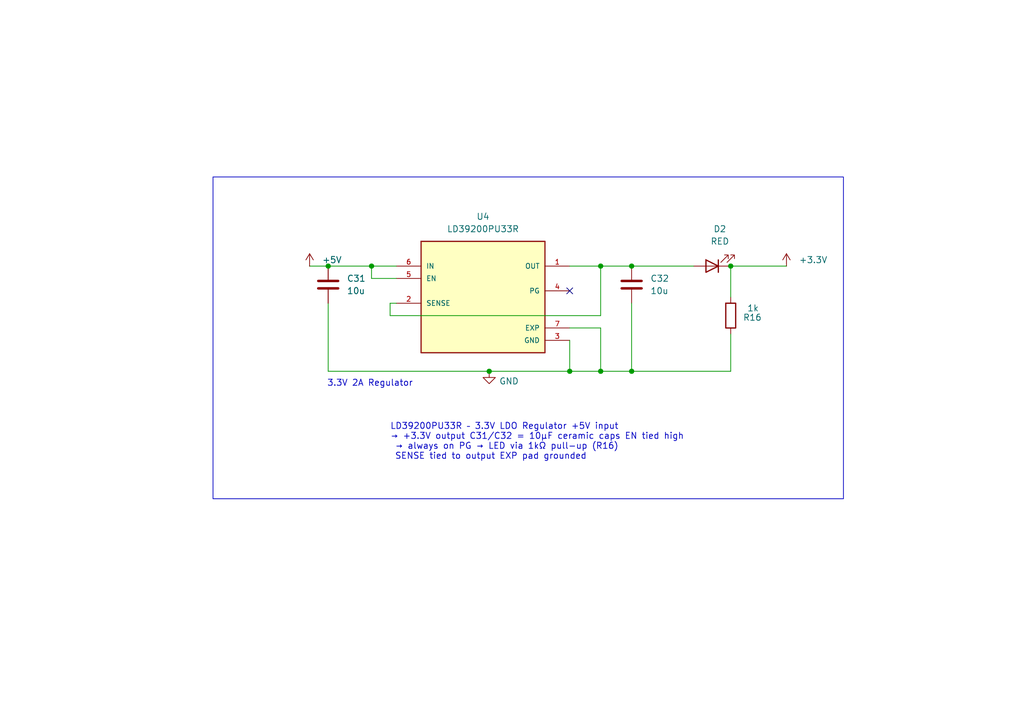
<source format=kicad_sch>
(kicad_sch
	(version 20250114)
	(generator "eeschema")
	(generator_version "9.0")
	(uuid "143066a2-9892-4fda-99d3-12b6d538d8fc")
	(paper "A5")
	(title_block
		(title "MAVERICK 1.0 PWR")
		(date "2025-09-05")
		(company "Itamar Dekel")
	)
	(lib_symbols
		(symbol "Device:C"
			(pin_numbers
				(hide yes)
			)
			(pin_names
				(offset 0.254)
			)
			(exclude_from_sim no)
			(in_bom yes)
			(on_board yes)
			(property "Reference" "C"
				(at 0.635 2.54 0)
				(effects
					(font
						(size 1.27 1.27)
					)
					(justify left)
				)
			)
			(property "Value" "C"
				(at 0.635 -2.54 0)
				(effects
					(font
						(size 1.27 1.27)
					)
					(justify left)
				)
			)
			(property "Footprint" ""
				(at 0.9652 -3.81 0)
				(effects
					(font
						(size 1.27 1.27)
					)
					(hide yes)
				)
			)
			(property "Datasheet" "~"
				(at 0 0 0)
				(effects
					(font
						(size 1.27 1.27)
					)
					(hide yes)
				)
			)
			(property "Description" "Unpolarized capacitor"
				(at 0 0 0)
				(effects
					(font
						(size 1.27 1.27)
					)
					(hide yes)
				)
			)
			(property "ki_keywords" "cap capacitor"
				(at 0 0 0)
				(effects
					(font
						(size 1.27 1.27)
					)
					(hide yes)
				)
			)
			(property "ki_fp_filters" "C_*"
				(at 0 0 0)
				(effects
					(font
						(size 1.27 1.27)
					)
					(hide yes)
				)
			)
			(symbol "C_0_1"
				(polyline
					(pts
						(xy -2.032 0.762) (xy 2.032 0.762)
					)
					(stroke
						(width 0.508)
						(type default)
					)
					(fill
						(type none)
					)
				)
				(polyline
					(pts
						(xy -2.032 -0.762) (xy 2.032 -0.762)
					)
					(stroke
						(width 0.508)
						(type default)
					)
					(fill
						(type none)
					)
				)
			)
			(symbol "C_1_1"
				(pin passive line
					(at 0 3.81 270)
					(length 2.794)
					(name "~"
						(effects
							(font
								(size 1.27 1.27)
							)
						)
					)
					(number "1"
						(effects
							(font
								(size 1.27 1.27)
							)
						)
					)
				)
				(pin passive line
					(at 0 -3.81 90)
					(length 2.794)
					(name "~"
						(effects
							(font
								(size 1.27 1.27)
							)
						)
					)
					(number "2"
						(effects
							(font
								(size 1.27 1.27)
							)
						)
					)
				)
			)
			(embedded_fonts no)
		)
		(symbol "Device:LED"
			(pin_numbers
				(hide yes)
			)
			(pin_names
				(offset 1.016)
				(hide yes)
			)
			(exclude_from_sim no)
			(in_bom yes)
			(on_board yes)
			(property "Reference" "D"
				(at 0 2.54 0)
				(effects
					(font
						(size 1.27 1.27)
					)
				)
			)
			(property "Value" "LED"
				(at 0 -2.54 0)
				(effects
					(font
						(size 1.27 1.27)
					)
				)
			)
			(property "Footprint" ""
				(at 0 0 0)
				(effects
					(font
						(size 1.27 1.27)
					)
					(hide yes)
				)
			)
			(property "Datasheet" "~"
				(at 0 0 0)
				(effects
					(font
						(size 1.27 1.27)
					)
					(hide yes)
				)
			)
			(property "Description" "Light emitting diode"
				(at 0 0 0)
				(effects
					(font
						(size 1.27 1.27)
					)
					(hide yes)
				)
			)
			(property "Sim.Pins" "1=K 2=A"
				(at 0 0 0)
				(effects
					(font
						(size 1.27 1.27)
					)
					(hide yes)
				)
			)
			(property "ki_keywords" "LED diode"
				(at 0 0 0)
				(effects
					(font
						(size 1.27 1.27)
					)
					(hide yes)
				)
			)
			(property "ki_fp_filters" "LED* LED_SMD:* LED_THT:*"
				(at 0 0 0)
				(effects
					(font
						(size 1.27 1.27)
					)
					(hide yes)
				)
			)
			(symbol "LED_0_1"
				(polyline
					(pts
						(xy -3.048 -0.762) (xy -4.572 -2.286) (xy -3.81 -2.286) (xy -4.572 -2.286) (xy -4.572 -1.524)
					)
					(stroke
						(width 0)
						(type default)
					)
					(fill
						(type none)
					)
				)
				(polyline
					(pts
						(xy -1.778 -0.762) (xy -3.302 -2.286) (xy -2.54 -2.286) (xy -3.302 -2.286) (xy -3.302 -1.524)
					)
					(stroke
						(width 0)
						(type default)
					)
					(fill
						(type none)
					)
				)
				(polyline
					(pts
						(xy -1.27 0) (xy 1.27 0)
					)
					(stroke
						(width 0)
						(type default)
					)
					(fill
						(type none)
					)
				)
				(polyline
					(pts
						(xy -1.27 -1.27) (xy -1.27 1.27)
					)
					(stroke
						(width 0.254)
						(type default)
					)
					(fill
						(type none)
					)
				)
				(polyline
					(pts
						(xy 1.27 -1.27) (xy 1.27 1.27) (xy -1.27 0) (xy 1.27 -1.27)
					)
					(stroke
						(width 0.254)
						(type default)
					)
					(fill
						(type none)
					)
				)
			)
			(symbol "LED_1_1"
				(pin passive line
					(at -3.81 0 0)
					(length 2.54)
					(name "K"
						(effects
							(font
								(size 1.27 1.27)
							)
						)
					)
					(number "1"
						(effects
							(font
								(size 1.27 1.27)
							)
						)
					)
				)
				(pin passive line
					(at 3.81 0 180)
					(length 2.54)
					(name "A"
						(effects
							(font
								(size 1.27 1.27)
							)
						)
					)
					(number "2"
						(effects
							(font
								(size 1.27 1.27)
							)
						)
					)
				)
			)
			(embedded_fonts no)
		)
		(symbol "Device:R"
			(pin_numbers
				(hide yes)
			)
			(pin_names
				(offset 0)
			)
			(exclude_from_sim no)
			(in_bom yes)
			(on_board yes)
			(property "Reference" "R"
				(at 2.032 0 90)
				(effects
					(font
						(size 1.27 1.27)
					)
				)
			)
			(property "Value" "R"
				(at 0 0 90)
				(effects
					(font
						(size 1.27 1.27)
					)
				)
			)
			(property "Footprint" ""
				(at -1.778 0 90)
				(effects
					(font
						(size 1.27 1.27)
					)
					(hide yes)
				)
			)
			(property "Datasheet" "~"
				(at 0 0 0)
				(effects
					(font
						(size 1.27 1.27)
					)
					(hide yes)
				)
			)
			(property "Description" "Resistor"
				(at 0 0 0)
				(effects
					(font
						(size 1.27 1.27)
					)
					(hide yes)
				)
			)
			(property "ki_keywords" "R res resistor"
				(at 0 0 0)
				(effects
					(font
						(size 1.27 1.27)
					)
					(hide yes)
				)
			)
			(property "ki_fp_filters" "R_*"
				(at 0 0 0)
				(effects
					(font
						(size 1.27 1.27)
					)
					(hide yes)
				)
			)
			(symbol "R_0_1"
				(rectangle
					(start -1.016 -2.54)
					(end 1.016 2.54)
					(stroke
						(width 0.254)
						(type default)
					)
					(fill
						(type none)
					)
				)
			)
			(symbol "R_1_1"
				(pin passive line
					(at 0 3.81 270)
					(length 1.27)
					(name "~"
						(effects
							(font
								(size 1.27 1.27)
							)
						)
					)
					(number "1"
						(effects
							(font
								(size 1.27 1.27)
							)
						)
					)
				)
				(pin passive line
					(at 0 -3.81 90)
					(length 1.27)
					(name "~"
						(effects
							(font
								(size 1.27 1.27)
							)
						)
					)
					(number "2"
						(effects
							(font
								(size 1.27 1.27)
							)
						)
					)
				)
			)
			(embedded_fonts no)
		)
		(symbol "LD39200PU33R_1"
			(pin_names
				(offset 1.016)
			)
			(exclude_from_sim no)
			(in_bom yes)
			(on_board yes)
			(property "Reference" "U"
				(at -12.7 13.462 0)
				(effects
					(font
						(size 1.27 1.27)
					)
					(justify left bottom)
				)
			)
			(property "Value" "LD39200PU33R"
				(at -12.7 -12.7 0)
				(effects
					(font
						(size 1.27 1.27)
					)
					(justify left bottom)
				)
			)
			(property "Footprint" "LD39200PU33R:SON95P300X300X100-7N"
				(at 0 0 0)
				(effects
					(font
						(size 1.27 1.27)
					)
					(justify bottom)
					(hide yes)
				)
			)
			(property "Datasheet" ""
				(at 0 0 0)
				(effects
					(font
						(size 1.27 1.27)
					)
					(hide yes)
				)
			)
			(property "Description" ""
				(at 0 0 0)
				(effects
					(font
						(size 1.27 1.27)
					)
					(hide yes)
				)
			)
			(property "L1_NOM" ""
				(at 0 0 0)
				(effects
					(font
						(size 1.27 1.27)
					)
					(justify bottom)
					(hide yes)
				)
			)
			(property "SNAPEDA_PACKAGE_ID" ""
				(at 0 0 0)
				(effects
					(font
						(size 1.27 1.27)
					)
					(justify bottom)
					(hide yes)
				)
			)
			(property "B_NOM" "0.34"
				(at 0 0 0)
				(effects
					(font
						(size 1.27 1.27)
					)
					(justify bottom)
					(hide yes)
				)
			)
			(property "EMAX" ""
				(at 0 0 0)
				(effects
					(font
						(size 1.27 1.27)
					)
					(justify bottom)
					(hide yes)
				)
			)
			(property "VACANCIES" ""
				(at 0 0 0)
				(effects
					(font
						(size 1.27 1.27)
					)
					(justify bottom)
					(hide yes)
				)
			)
			(property "BALL_COLUMNS" ""
				(at 0 0 0)
				(effects
					(font
						(size 1.27 1.27)
					)
					(justify bottom)
					(hide yes)
				)
			)
			(property "D1_NOM" ""
				(at 0 0 0)
				(effects
					(font
						(size 1.27 1.27)
					)
					(justify bottom)
					(hide yes)
				)
			)
			(property "A_MAX" "1.0"
				(at 0 0 0)
				(effects
					(font
						(size 1.27 1.27)
					)
					(justify bottom)
					(hide yes)
				)
			)
			(property "THERMAL_PAD" ""
				(at 0 0 0)
				(effects
					(font
						(size 1.27 1.27)
					)
					(justify bottom)
					(hide yes)
				)
			)
			(property "DMAX" ""
				(at 0 0 0)
				(effects
					(font
						(size 1.27 1.27)
					)
					(justify bottom)
					(hide yes)
				)
			)
			(property "L1_MIN" ""
				(at 0 0 0)
				(effects
					(font
						(size 1.27 1.27)
					)
					(justify bottom)
					(hide yes)
				)
			)
			(property "B_MAX" "0.45"
				(at 0 0 0)
				(effects
					(font
						(size 1.27 1.27)
					)
					(justify bottom)
					(hide yes)
				)
			)
			(property "EMIN" ""
				(at 0 0 0)
				(effects
					(font
						(size 1.27 1.27)
					)
					(justify bottom)
					(hide yes)
				)
			)
			(property "JEDEC" ""
				(at 0 0 0)
				(effects
					(font
						(size 1.27 1.27)
					)
					(justify bottom)
					(hide yes)
				)
			)
			(property "ENOM" "0.95"
				(at 0 0 0)
				(effects
					(font
						(size 1.27 1.27)
					)
					(justify bottom)
					(hide yes)
				)
			)
			(property "D_NOM" "3.0"
				(at 0 0 0)
				(effects
					(font
						(size 1.27 1.27)
					)
					(justify bottom)
					(hide yes)
				)
			)
			(property "D_MAX" "3.1"
				(at 0 0 0)
				(effects
					(font
						(size 1.27 1.27)
					)
					(justify bottom)
					(hide yes)
				)
			)
			(property "L_MAX" "0.5"
				(at 0 0 0)
				(effects
					(font
						(size 1.27 1.27)
					)
					(justify bottom)
					(hide yes)
				)
			)
			(property "PACKAGE_TYPE" ""
				(at 0 0 0)
				(effects
					(font
						(size 1.27 1.27)
					)
					(justify bottom)
					(hide yes)
				)
			)
			(property "D1_MAX" ""
				(at 0 0 0)
				(effects
					(font
						(size 1.27 1.27)
					)
					(justify bottom)
					(hide yes)
				)
			)
			(property "L1_MAX" ""
				(at 0 0 0)
				(effects
					(font
						(size 1.27 1.27)
					)
					(justify bottom)
					(hide yes)
				)
			)
			(property "D1_MIN" ""
				(at 0 0 0)
				(effects
					(font
						(size 1.27 1.27)
					)
					(justify bottom)
					(hide yes)
				)
			)
			(property "E2_NOM" "1.625"
				(at 0 0 0)
				(effects
					(font
						(size 1.27 1.27)
					)
					(justify bottom)
					(hide yes)
				)
			)
			(property "STANDARD" "IPC 7351B"
				(at 0 0 0)
				(effects
					(font
						(size 1.27 1.27)
					)
					(justify bottom)
					(hide yes)
				)
			)
			(property "PARTREV" "3"
				(at 0 0 0)
				(effects
					(font
						(size 1.27 1.27)
					)
					(justify bottom)
					(hide yes)
				)
			)
			(property "DNOM" ""
				(at 0 0 0)
				(effects
					(font
						(size 1.27 1.27)
					)
					(justify bottom)
					(hide yes)
				)
			)
			(property "DMIN" ""
				(at 0 0 0)
				(effects
					(font
						(size 1.27 1.27)
					)
					(justify bottom)
					(hide yes)
				)
			)
			(property "E_NOM" "3.0"
				(at 0 0 0)
				(effects
					(font
						(size 1.27 1.27)
					)
					(justify bottom)
					(hide yes)
				)
			)
			(property "BALL_ROWS" ""
				(at 0 0 0)
				(effects
					(font
						(size 1.27 1.27)
					)
					(justify bottom)
					(hide yes)
				)
			)
			(property "B_MIN" "0.23"
				(at 0 0 0)
				(effects
					(font
						(size 1.27 1.27)
					)
					(justify bottom)
					(hide yes)
				)
			)
			(property "D2_NOM" "2.365"
				(at 0 0 0)
				(effects
					(font
						(size 1.27 1.27)
					)
					(justify bottom)
					(hide yes)
				)
			)
			(property "PIN_COUNT" "6.0"
				(at 0 0 0)
				(effects
					(font
						(size 1.27 1.27)
					)
					(justify bottom)
					(hide yes)
				)
			)
			(property "L_NOM" "0.4"
				(at 0 0 0)
				(effects
					(font
						(size 1.27 1.27)
					)
					(justify bottom)
					(hide yes)
				)
			)
			(property "MANUFACTURER" "ST Microelectronics"
				(at 0 0 0)
				(effects
					(font
						(size 1.27 1.27)
					)
					(justify bottom)
					(hide yes)
				)
			)
			(property "IPC" ""
				(at 0 0 0)
				(effects
					(font
						(size 1.27 1.27)
					)
					(justify bottom)
					(hide yes)
				)
			)
			(property "PIN_COLUMNS" ""
				(at 0 0 0)
				(effects
					(font
						(size 1.27 1.27)
					)
					(justify bottom)
					(hide yes)
				)
			)
			(property "MAXIMUM_PACKAGE_HEIGHT" "1.0mm"
				(at 0 0 0)
				(effects
					(font
						(size 1.27 1.27)
					)
					(justify bottom)
					(hide yes)
				)
			)
			(property "BODY_DIAMETER" ""
				(at 0 0 0)
				(effects
					(font
						(size 1.27 1.27)
					)
					(justify bottom)
					(hide yes)
				)
			)
			(property "E_MIN" "2.9"
				(at 0 0 0)
				(effects
					(font
						(size 1.27 1.27)
					)
					(justify bottom)
					(hide yes)
				)
			)
			(property "D_MIN" "2.9"
				(at 0 0 0)
				(effects
					(font
						(size 1.27 1.27)
					)
					(justify bottom)
					(hide yes)
				)
			)
			(property "PINS" ""
				(at 0 0 0)
				(effects
					(font
						(size 1.27 1.27)
					)
					(justify bottom)
					(hide yes)
				)
			)
			(property "L_MIN" "0.3"
				(at 0 0 0)
				(effects
					(font
						(size 1.27 1.27)
					)
					(justify bottom)
					(hide yes)
				)
			)
			(property "E_MAX" "3.1"
				(at 0 0 0)
				(effects
					(font
						(size 1.27 1.27)
					)
					(justify bottom)
					(hide yes)
				)
			)
			(symbol "LD39200PU33R_1_0_0"
				(rectangle
					(start -12.7 -10.16)
					(end 12.7 12.7)
					(stroke
						(width 0.254)
						(type default)
					)
					(fill
						(type background)
					)
				)
				(pin input line
					(at -17.78 7.62 0)
					(length 5.08)
					(name "IN"
						(effects
							(font
								(size 1.016 1.016)
							)
						)
					)
					(number "6"
						(effects
							(font
								(size 1.016 1.016)
							)
						)
					)
				)
				(pin input line
					(at -17.78 5.08 0)
					(length 5.08)
					(name "EN"
						(effects
							(font
								(size 1.016 1.016)
							)
						)
					)
					(number "5"
						(effects
							(font
								(size 1.016 1.016)
							)
						)
					)
				)
				(pin input line
					(at -17.78 0 0)
					(length 5.08)
					(name "SENSE"
						(effects
							(font
								(size 1.016 1.016)
							)
						)
					)
					(number "2"
						(effects
							(font
								(size 1.016 1.016)
							)
						)
					)
				)
				(pin output line
					(at 17.78 7.62 180)
					(length 5.08)
					(name "OUT"
						(effects
							(font
								(size 1.016 1.016)
							)
						)
					)
					(number "1"
						(effects
							(font
								(size 1.016 1.016)
							)
						)
					)
				)
				(pin output line
					(at 17.78 2.54 180)
					(length 5.08)
					(name "PG"
						(effects
							(font
								(size 1.016 1.016)
							)
						)
					)
					(number "4"
						(effects
							(font
								(size 1.016 1.016)
							)
						)
					)
				)
				(pin power_in line
					(at 17.78 -5.08 180)
					(length 5.08)
					(name "EXP"
						(effects
							(font
								(size 1.016 1.016)
							)
						)
					)
					(number "7"
						(effects
							(font
								(size 1.016 1.016)
							)
						)
					)
				)
				(pin power_in line
					(at 17.78 -7.62 180)
					(length 5.08)
					(name "GND"
						(effects
							(font
								(size 1.016 1.016)
							)
						)
					)
					(number "3"
						(effects
							(font
								(size 1.016 1.016)
							)
						)
					)
				)
			)
			(embedded_fonts no)
		)
		(symbol "power:+3.3V"
			(power)
			(pin_numbers
				(hide yes)
			)
			(pin_names
				(offset 0)
				(hide yes)
			)
			(exclude_from_sim no)
			(in_bom yes)
			(on_board yes)
			(property "Reference" "#PWR"
				(at 0 -3.81 0)
				(effects
					(font
						(size 1.27 1.27)
					)
					(hide yes)
				)
			)
			(property "Value" "+3.3V"
				(at 0 3.556 0)
				(effects
					(font
						(size 1.27 1.27)
					)
				)
			)
			(property "Footprint" ""
				(at 0 0 0)
				(effects
					(font
						(size 1.27 1.27)
					)
					(hide yes)
				)
			)
			(property "Datasheet" ""
				(at 0 0 0)
				(effects
					(font
						(size 1.27 1.27)
					)
					(hide yes)
				)
			)
			(property "Description" "Power symbol creates a global label with name \"+3.3V\""
				(at 0 0 0)
				(effects
					(font
						(size 1.27 1.27)
					)
					(hide yes)
				)
			)
			(property "ki_keywords" "global power"
				(at 0 0 0)
				(effects
					(font
						(size 1.27 1.27)
					)
					(hide yes)
				)
			)
			(symbol "+3.3V_0_1"
				(polyline
					(pts
						(xy -0.762 1.27) (xy 0 2.54)
					)
					(stroke
						(width 0)
						(type default)
					)
					(fill
						(type none)
					)
				)
				(polyline
					(pts
						(xy 0 2.54) (xy 0.762 1.27)
					)
					(stroke
						(width 0)
						(type default)
					)
					(fill
						(type none)
					)
				)
				(polyline
					(pts
						(xy 0 0) (xy 0 2.54)
					)
					(stroke
						(width 0)
						(type default)
					)
					(fill
						(type none)
					)
				)
			)
			(symbol "+3.3V_1_1"
				(pin power_in line
					(at 0 0 90)
					(length 0)
					(name "~"
						(effects
							(font
								(size 1.27 1.27)
							)
						)
					)
					(number "1"
						(effects
							(font
								(size 1.27 1.27)
							)
						)
					)
				)
			)
			(embedded_fonts no)
		)
		(symbol "power:+5V"
			(power)
			(pin_numbers
				(hide yes)
			)
			(pin_names
				(offset 0)
				(hide yes)
			)
			(exclude_from_sim no)
			(in_bom yes)
			(on_board yes)
			(property "Reference" "#PWR"
				(at 0 -3.81 0)
				(effects
					(font
						(size 1.27 1.27)
					)
					(hide yes)
				)
			)
			(property "Value" "+5V"
				(at 0 3.556 0)
				(effects
					(font
						(size 1.27 1.27)
					)
				)
			)
			(property "Footprint" ""
				(at 0 0 0)
				(effects
					(font
						(size 1.27 1.27)
					)
					(hide yes)
				)
			)
			(property "Datasheet" ""
				(at 0 0 0)
				(effects
					(font
						(size 1.27 1.27)
					)
					(hide yes)
				)
			)
			(property "Description" "Power symbol creates a global label with name \"+5V\""
				(at 0 0 0)
				(effects
					(font
						(size 1.27 1.27)
					)
					(hide yes)
				)
			)
			(property "ki_keywords" "global power"
				(at 0 0 0)
				(effects
					(font
						(size 1.27 1.27)
					)
					(hide yes)
				)
			)
			(symbol "+5V_0_1"
				(polyline
					(pts
						(xy -0.762 1.27) (xy 0 2.54)
					)
					(stroke
						(width 0)
						(type default)
					)
					(fill
						(type none)
					)
				)
				(polyline
					(pts
						(xy 0 2.54) (xy 0.762 1.27)
					)
					(stroke
						(width 0)
						(type default)
					)
					(fill
						(type none)
					)
				)
				(polyline
					(pts
						(xy 0 0) (xy 0 2.54)
					)
					(stroke
						(width 0)
						(type default)
					)
					(fill
						(type none)
					)
				)
			)
			(symbol "+5V_1_1"
				(pin power_in line
					(at 0 0 90)
					(length 0)
					(name "~"
						(effects
							(font
								(size 1.27 1.27)
							)
						)
					)
					(number "1"
						(effects
							(font
								(size 1.27 1.27)
							)
						)
					)
				)
			)
			(embedded_fonts no)
		)
		(symbol "power:GND"
			(power)
			(pin_numbers
				(hide yes)
			)
			(pin_names
				(offset 0)
				(hide yes)
			)
			(exclude_from_sim no)
			(in_bom yes)
			(on_board yes)
			(property "Reference" "#PWR"
				(at 0 -6.35 0)
				(effects
					(font
						(size 1.27 1.27)
					)
					(hide yes)
				)
			)
			(property "Value" "GND"
				(at 0 -3.81 0)
				(effects
					(font
						(size 1.27 1.27)
					)
				)
			)
			(property "Footprint" ""
				(at 0 0 0)
				(effects
					(font
						(size 1.27 1.27)
					)
					(hide yes)
				)
			)
			(property "Datasheet" ""
				(at 0 0 0)
				(effects
					(font
						(size 1.27 1.27)
					)
					(hide yes)
				)
			)
			(property "Description" "Power symbol creates a global label with name \"GND\" , ground"
				(at 0 0 0)
				(effects
					(font
						(size 1.27 1.27)
					)
					(hide yes)
				)
			)
			(property "ki_keywords" "global power"
				(at 0 0 0)
				(effects
					(font
						(size 1.27 1.27)
					)
					(hide yes)
				)
			)
			(symbol "GND_0_1"
				(polyline
					(pts
						(xy 0 0) (xy 0 -1.27) (xy 1.27 -1.27) (xy 0 -2.54) (xy -1.27 -1.27) (xy 0 -1.27)
					)
					(stroke
						(width 0)
						(type default)
					)
					(fill
						(type none)
					)
				)
			)
			(symbol "GND_1_1"
				(pin power_in line
					(at 0 0 270)
					(length 0)
					(name "~"
						(effects
							(font
								(size 1.27 1.27)
							)
						)
					)
					(number "1"
						(effects
							(font
								(size 1.27 1.27)
							)
						)
					)
				)
			)
			(embedded_fonts no)
		)
	)
	(rectangle
		(start 43.688 36.322)
		(end 172.974 102.362)
		(stroke
			(width 0)
			(type default)
		)
		(fill
			(type none)
		)
		(uuid 7b2830fc-9bf9-4d4a-9b3c-36255c631a8f)
	)
	(text "3.3V 2A Regulator \n"
		(exclude_from_sim no)
		(at 67.056 79.502 0)
		(effects
			(font
				(size 1.27 1.27)
			)
			(justify left bottom)
		)
		(uuid "1ea90bc3-e900-4f85-b5da-50a066a3d043")
	)
	(text "LD39200PU33R – 3.3V LDO Regulator +5V input \n→ +3.3V output C31/C32 = 10µF ceramic caps EN tied high\n → always on PG → LED via 1kΩ pull-up (R16)\n SENSE tied to output EXP pad grounded"
		(exclude_from_sim no)
		(at 80.01 90.678 0)
		(effects
			(font
				(size 1.27 1.27)
			)
			(justify left)
		)
		(uuid "77205219-46af-45c2-ba6c-e61b321babb3")
	)
	(junction
		(at 100.33 76.2)
		(diameter 0)
		(color 0 0 0 0)
		(uuid "1a893d0e-d5d3-4ffa-beef-7ccfa5d02f95")
	)
	(junction
		(at 149.86 54.61)
		(diameter 0)
		(color 0 0 0 0)
		(uuid "2f8be826-d108-488d-9886-5a537d736e57")
	)
	(junction
		(at 123.19 76.2)
		(diameter 0)
		(color 0 0 0 0)
		(uuid "69e20886-4341-423f-9f5b-9cd33f77e960")
	)
	(junction
		(at 123.19 54.61)
		(diameter 0)
		(color 0 0 0 0)
		(uuid "8e5849c5-9694-427c-8bb5-dcf2dcc2b2c0")
	)
	(junction
		(at 129.54 54.61)
		(diameter 0)
		(color 0 0 0 0)
		(uuid "921c9dfb-a82e-4f6e-a8bc-f0f51d424615")
	)
	(junction
		(at 67.31 54.61)
		(diameter 0)
		(color 0 0 0 0)
		(uuid "9dce75ce-2394-46eb-91a3-3fdc91bf6c23")
	)
	(junction
		(at 116.84 76.2)
		(diameter 0)
		(color 0 0 0 0)
		(uuid "a021855a-5796-4a84-81e3-f953a221ce95")
	)
	(junction
		(at 129.54 76.2)
		(diameter 0)
		(color 0 0 0 0)
		(uuid "eca532dc-4be9-4f8e-86ab-5d878596791e")
	)
	(junction
		(at 76.2 54.61)
		(diameter 0)
		(color 0 0 0 0)
		(uuid "fa03169e-0081-4c3d-bdba-fed91c9e47ad")
	)
	(no_connect
		(at 116.84 59.69)
		(uuid "060a207e-6f24-45a9-a079-0d2f8b6b9478")
	)
	(wire
		(pts
			(xy 129.54 62.23) (xy 129.54 76.2)
		)
		(stroke
			(width 0)
			(type default)
		)
		(uuid "09b7d7e0-2047-43c8-ab17-f9b295ff4bc2")
	)
	(wire
		(pts
			(xy 80.01 62.23) (xy 81.28 62.23)
		)
		(stroke
			(width 0)
			(type default)
		)
		(uuid "0a35aa58-4a46-4cf9-888d-db7d009be672")
	)
	(wire
		(pts
			(xy 76.2 57.15) (xy 76.2 54.61)
		)
		(stroke
			(width 0)
			(type default)
		)
		(uuid "1ec62820-3d0d-4d69-8168-944d3a5077c3")
	)
	(wire
		(pts
			(xy 123.19 64.77) (xy 123.19 54.61)
		)
		(stroke
			(width 0)
			(type default)
		)
		(uuid "2fddb5c0-6fd3-4912-ad51-5c75730b8b3d")
	)
	(wire
		(pts
			(xy 149.86 54.61) (xy 161.29 54.61)
		)
		(stroke
			(width 0)
			(type default)
		)
		(uuid "3307f840-b977-4bd5-a0b5-c5585d77838b")
	)
	(wire
		(pts
			(xy 80.01 64.77) (xy 123.19 64.77)
		)
		(stroke
			(width 0)
			(type default)
		)
		(uuid "53023926-14f0-4136-b565-20825d9665f8")
	)
	(wire
		(pts
			(xy 67.31 54.61) (xy 76.2 54.61)
		)
		(stroke
			(width 0)
			(type default)
		)
		(uuid "57ab5609-9c9c-4b66-a1fb-f79283fb08ac")
	)
	(wire
		(pts
			(xy 116.84 67.31) (xy 123.19 67.31)
		)
		(stroke
			(width 0)
			(type default)
		)
		(uuid "5d8a77da-9068-40fa-98d8-1663d9726628")
	)
	(wire
		(pts
			(xy 129.54 54.61) (xy 142.24 54.61)
		)
		(stroke
			(width 0)
			(type default)
		)
		(uuid "6440f273-d79d-4b79-915a-d2c56cf766fc")
	)
	(wire
		(pts
			(xy 80.01 64.77) (xy 80.01 62.23)
		)
		(stroke
			(width 0)
			(type default)
		)
		(uuid "65b3e324-9789-4b86-bd7d-6759c2bdbd56")
	)
	(wire
		(pts
			(xy 67.31 62.23) (xy 67.31 76.2)
		)
		(stroke
			(width 0)
			(type default)
		)
		(uuid "6cd88d23-cf6c-4ddc-934a-de5d60f6cc72")
	)
	(wire
		(pts
			(xy 149.86 68.58) (xy 149.86 76.2)
		)
		(stroke
			(width 0)
			(type default)
		)
		(uuid "6e437f1b-7b25-4ed6-9fe6-e9d9698af317")
	)
	(wire
		(pts
			(xy 81.28 57.15) (xy 76.2 57.15)
		)
		(stroke
			(width 0)
			(type default)
		)
		(uuid "7aa35d5d-71a8-403c-b4a2-386f87249c09")
	)
	(wire
		(pts
			(xy 116.84 54.61) (xy 123.19 54.61)
		)
		(stroke
			(width 0)
			(type default)
		)
		(uuid "8a290d70-2c68-4fa7-811d-10aab117a911")
	)
	(wire
		(pts
			(xy 123.19 76.2) (xy 129.54 76.2)
		)
		(stroke
			(width 0)
			(type default)
		)
		(uuid "8f3465b8-a9f0-428e-9922-b6322f8163fa")
	)
	(wire
		(pts
			(xy 63.5 54.61) (xy 67.31 54.61)
		)
		(stroke
			(width 0)
			(type default)
		)
		(uuid "930f3e4a-e604-4f8e-ae51-ca7315b54a98")
	)
	(wire
		(pts
			(xy 100.33 76.2) (xy 116.84 76.2)
		)
		(stroke
			(width 0)
			(type default)
		)
		(uuid "a6550048-2493-463e-9fc5-1e0dc0d21cc4")
	)
	(wire
		(pts
			(xy 149.86 54.61) (xy 149.86 60.96)
		)
		(stroke
			(width 0)
			(type default)
		)
		(uuid "b32066cb-ca26-4c40-a9db-a7cc481d511f")
	)
	(wire
		(pts
			(xy 116.84 69.85) (xy 116.84 76.2)
		)
		(stroke
			(width 0)
			(type default)
		)
		(uuid "ba9ca380-e198-4e58-af6c-7f3abda94272")
	)
	(wire
		(pts
			(xy 123.19 67.31) (xy 123.19 76.2)
		)
		(stroke
			(width 0)
			(type default)
		)
		(uuid "bcb13206-4add-4c44-8fbc-3d37ccfe91db")
	)
	(wire
		(pts
			(xy 129.54 76.2) (xy 149.86 76.2)
		)
		(stroke
			(width 0)
			(type default)
		)
		(uuid "bedd640b-1605-4e5c-bfd3-ada62e7c23e5")
	)
	(wire
		(pts
			(xy 123.19 54.61) (xy 129.54 54.61)
		)
		(stroke
			(width 0)
			(type default)
		)
		(uuid "c7b1889d-d962-4d3c-aeb0-70a433a94778")
	)
	(wire
		(pts
			(xy 76.2 54.61) (xy 81.28 54.61)
		)
		(stroke
			(width 0)
			(type default)
		)
		(uuid "cc13a9ba-eba0-471b-8259-f49ecde465bc")
	)
	(wire
		(pts
			(xy 116.84 76.2) (xy 123.19 76.2)
		)
		(stroke
			(width 0)
			(type default)
		)
		(uuid "e46ddeba-4280-48e0-851b-d697b3974949")
	)
	(wire
		(pts
			(xy 67.31 76.2) (xy 100.33 76.2)
		)
		(stroke
			(width 0)
			(type default)
		)
		(uuid "e551b3cd-9140-4186-ba84-ccb85d6e23e4")
	)
	(symbol
		(lib_id "Device:C")
		(at 67.31 58.42 0)
		(unit 1)
		(exclude_from_sim no)
		(in_bom yes)
		(on_board yes)
		(dnp no)
		(fields_autoplaced yes)
		(uuid "00d9768e-c16c-444e-89b6-aed5b804a8e7")
		(property "Reference" "C31"
			(at 71.12 57.1499 0)
			(effects
				(font
					(size 1.27 1.27)
				)
				(justify left)
			)
		)
		(property "Value" "10u"
			(at 71.12 59.6899 0)
			(effects
				(font
					(size 1.27 1.27)
				)
				(justify left)
			)
		)
		(property "Footprint" "Capacitor_SMD:C_0603_1608Metric"
			(at 68.2752 62.23 0)
			(effects
				(font
					(size 1.27 1.27)
				)
				(hide yes)
			)
		)
		(property "Datasheet" "~"
			(at 67.31 58.42 0)
			(effects
				(font
					(size 1.27 1.27)
				)
				(hide yes)
			)
		)
		(property "Description" "Unpolarized capacitor"
			(at 67.31 58.42 0)
			(effects
				(font
					(size 1.27 1.27)
				)
				(hide yes)
			)
		)
		(pin "1"
			(uuid "aeca5b96-d845-4e2b-99c8-02d10dd4531a")
		)
		(pin "2"
			(uuid "2b184246-0466-4bd1-99fe-184c3f726714")
		)
		(instances
			(project "CustomFC"
				(path "/ce61db7f-2c67-4785-93a7-1334536670f0/a1d855aa-9f85-4931-b813-b79a065d3f8f"
					(reference "C31")
					(unit 1)
				)
			)
		)
	)
	(symbol
		(lib_id "Device:C")
		(at 129.54 58.42 0)
		(unit 1)
		(exclude_from_sim no)
		(in_bom yes)
		(on_board yes)
		(dnp no)
		(fields_autoplaced yes)
		(uuid "4b1cbe70-a5cd-4833-b45d-8347f84d70ad")
		(property "Reference" "C32"
			(at 133.35 57.1499 0)
			(effects
				(font
					(size 1.27 1.27)
				)
				(justify left)
			)
		)
		(property "Value" "10u"
			(at 133.35 59.6899 0)
			(effects
				(font
					(size 1.27 1.27)
				)
				(justify left)
			)
		)
		(property "Footprint" "Capacitor_SMD:C_0603_1608Metric"
			(at 130.5052 62.23 0)
			(effects
				(font
					(size 1.27 1.27)
				)
				(hide yes)
			)
		)
		(property "Datasheet" "~"
			(at 129.54 58.42 0)
			(effects
				(font
					(size 1.27 1.27)
				)
				(hide yes)
			)
		)
		(property "Description" "Unpolarized capacitor"
			(at 129.54 58.42 0)
			(effects
				(font
					(size 1.27 1.27)
				)
				(hide yes)
			)
		)
		(pin "1"
			(uuid "ba90e703-a512-4a08-88cd-6b33d712e001")
		)
		(pin "2"
			(uuid "a26b48fb-eed6-4369-a8a3-0c9618f655d7")
		)
		(instances
			(project "CustomFC"
				(path "/ce61db7f-2c67-4785-93a7-1334536670f0/a1d855aa-9f85-4931-b813-b79a065d3f8f"
					(reference "C32")
					(unit 1)
				)
			)
		)
	)
	(symbol
		(lib_name "LD39200PU33R_1")
		(lib_id "LD39200PU33R:LD39200PU33R")
		(at 99.06 62.23 0)
		(unit 1)
		(exclude_from_sim no)
		(in_bom yes)
		(on_board yes)
		(dnp no)
		(fields_autoplaced yes)
		(uuid "66747dc2-1020-4f36-8991-c9c617c336be")
		(property "Reference" "U4"
			(at 99.06 44.45 0)
			(effects
				(font
					(size 1.27 1.27)
				)
			)
		)
		(property "Value" "LD39200PU33R"
			(at 99.06 46.99 0)
			(effects
				(font
					(size 1.27 1.27)
				)
			)
		)
		(property "Footprint" "LD39200PU33R:SON95P300X300X100-7N"
			(at 99.06 62.23 0)
			(effects
				(font
					(size 1.27 1.27)
				)
				(justify bottom)
				(hide yes)
			)
		)
		(property "Datasheet" ""
			(at 99.06 62.23 0)
			(effects
				(font
					(size 1.27 1.27)
				)
				(hide yes)
			)
		)
		(property "Description" ""
			(at 99.06 62.23 0)
			(effects
				(font
					(size 1.27 1.27)
				)
				(hide yes)
			)
		)
		(property "L1_NOM" ""
			(at 99.06 62.23 0)
			(effects
				(font
					(size 1.27 1.27)
				)
				(justify bottom)
				(hide yes)
			)
		)
		(property "SNAPEDA_PACKAGE_ID" ""
			(at 99.06 62.23 0)
			(effects
				(font
					(size 1.27 1.27)
				)
				(justify bottom)
				(hide yes)
			)
		)
		(property "B_NOM" "0.34"
			(at 99.06 62.23 0)
			(effects
				(font
					(size 1.27 1.27)
				)
				(justify bottom)
				(hide yes)
			)
		)
		(property "EMAX" ""
			(at 99.06 62.23 0)
			(effects
				(font
					(size 1.27 1.27)
				)
				(justify bottom)
				(hide yes)
			)
		)
		(property "VACANCIES" ""
			(at 99.06 62.23 0)
			(effects
				(font
					(size 1.27 1.27)
				)
				(justify bottom)
				(hide yes)
			)
		)
		(property "BALL_COLUMNS" ""
			(at 99.06 62.23 0)
			(effects
				(font
					(size 1.27 1.27)
				)
				(justify bottom)
				(hide yes)
			)
		)
		(property "D1_NOM" ""
			(at 99.06 62.23 0)
			(effects
				(font
					(size 1.27 1.27)
				)
				(justify bottom)
				(hide yes)
			)
		)
		(property "A_MAX" "1.0"
			(at 99.06 62.23 0)
			(effects
				(font
					(size 1.27 1.27)
				)
				(justify bottom)
				(hide yes)
			)
		)
		(property "THERMAL_PAD" ""
			(at 99.06 62.23 0)
			(effects
				(font
					(size 1.27 1.27)
				)
				(justify bottom)
				(hide yes)
			)
		)
		(property "DMAX" ""
			(at 99.06 62.23 0)
			(effects
				(font
					(size 1.27 1.27)
				)
				(justify bottom)
				(hide yes)
			)
		)
		(property "L1_MIN" ""
			(at 99.06 62.23 0)
			(effects
				(font
					(size 1.27 1.27)
				)
				(justify bottom)
				(hide yes)
			)
		)
		(property "B_MAX" "0.45"
			(at 99.06 62.23 0)
			(effects
				(font
					(size 1.27 1.27)
				)
				(justify bottom)
				(hide yes)
			)
		)
		(property "EMIN" ""
			(at 99.06 62.23 0)
			(effects
				(font
					(size 1.27 1.27)
				)
				(justify bottom)
				(hide yes)
			)
		)
		(property "JEDEC" ""
			(at 99.06 62.23 0)
			(effects
				(font
					(size 1.27 1.27)
				)
				(justify bottom)
				(hide yes)
			)
		)
		(property "ENOM" "0.95"
			(at 99.06 62.23 0)
			(effects
				(font
					(size 1.27 1.27)
				)
				(justify bottom)
				(hide yes)
			)
		)
		(property "D_NOM" "3.0"
			(at 99.06 62.23 0)
			(effects
				(font
					(size 1.27 1.27)
				)
				(justify bottom)
				(hide yes)
			)
		)
		(property "D_MAX" "3.1"
			(at 99.06 62.23 0)
			(effects
				(font
					(size 1.27 1.27)
				)
				(justify bottom)
				(hide yes)
			)
		)
		(property "L_MAX" "0.5"
			(at 99.06 62.23 0)
			(effects
				(font
					(size 1.27 1.27)
				)
				(justify bottom)
				(hide yes)
			)
		)
		(property "PACKAGE_TYPE" ""
			(at 99.06 62.23 0)
			(effects
				(font
					(size 1.27 1.27)
				)
				(justify bottom)
				(hide yes)
			)
		)
		(property "D1_MAX" ""
			(at 99.06 62.23 0)
			(effects
				(font
					(size 1.27 1.27)
				)
				(justify bottom)
				(hide yes)
			)
		)
		(property "L1_MAX" ""
			(at 99.06 62.23 0)
			(effects
				(font
					(size 1.27 1.27)
				)
				(justify bottom)
				(hide yes)
			)
		)
		(property "D1_MIN" ""
			(at 99.06 62.23 0)
			(effects
				(font
					(size 1.27 1.27)
				)
				(justify bottom)
				(hide yes)
			)
		)
		(property "E2_NOM" "1.625"
			(at 99.06 62.23 0)
			(effects
				(font
					(size 1.27 1.27)
				)
				(justify bottom)
				(hide yes)
			)
		)
		(property "STANDARD" "IPC 7351B"
			(at 99.06 62.23 0)
			(effects
				(font
					(size 1.27 1.27)
				)
				(justify bottom)
				(hide yes)
			)
		)
		(property "PARTREV" "3"
			(at 99.06 62.23 0)
			(effects
				(font
					(size 1.27 1.27)
				)
				(justify bottom)
				(hide yes)
			)
		)
		(property "DNOM" ""
			(at 99.06 62.23 0)
			(effects
				(font
					(size 1.27 1.27)
				)
				(justify bottom)
				(hide yes)
			)
		)
		(property "DMIN" ""
			(at 99.06 62.23 0)
			(effects
				(font
					(size 1.27 1.27)
				)
				(justify bottom)
				(hide yes)
			)
		)
		(property "E_NOM" "3.0"
			(at 99.06 62.23 0)
			(effects
				(font
					(size 1.27 1.27)
				)
				(justify bottom)
				(hide yes)
			)
		)
		(property "BALL_ROWS" ""
			(at 99.06 62.23 0)
			(effects
				(font
					(size 1.27 1.27)
				)
				(justify bottom)
				(hide yes)
			)
		)
		(property "B_MIN" "0.23"
			(at 99.06 62.23 0)
			(effects
				(font
					(size 1.27 1.27)
				)
				(justify bottom)
				(hide yes)
			)
		)
		(property "D2_NOM" "2.365"
			(at 99.06 62.23 0)
			(effects
				(font
					(size 1.27 1.27)
				)
				(justify bottom)
				(hide yes)
			)
		)
		(property "PIN_COUNT" "6.0"
			(at 99.06 62.23 0)
			(effects
				(font
					(size 1.27 1.27)
				)
				(justify bottom)
				(hide yes)
			)
		)
		(property "L_NOM" "0.4"
			(at 99.06 62.23 0)
			(effects
				(font
					(size 1.27 1.27)
				)
				(justify bottom)
				(hide yes)
			)
		)
		(property "MANUFACTURER" "ST Microelectronics"
			(at 99.06 62.23 0)
			(effects
				(font
					(size 1.27 1.27)
				)
				(justify bottom)
				(hide yes)
			)
		)
		(property "IPC" ""
			(at 99.06 62.23 0)
			(effects
				(font
					(size 1.27 1.27)
				)
				(justify bottom)
				(hide yes)
			)
		)
		(property "PIN_COLUMNS" ""
			(at 99.06 62.23 0)
			(effects
				(font
					(size 1.27 1.27)
				)
				(justify bottom)
				(hide yes)
			)
		)
		(property "MAXIMUM_PACKAGE_HEIGHT" "1.0mm"
			(at 99.06 62.23 0)
			(effects
				(font
					(size 1.27 1.27)
				)
				(justify bottom)
				(hide yes)
			)
		)
		(property "BODY_DIAMETER" ""
			(at 99.06 62.23 0)
			(effects
				(font
					(size 1.27 1.27)
				)
				(justify bottom)
				(hide yes)
			)
		)
		(property "E_MIN" "2.9"
			(at 99.06 62.23 0)
			(effects
				(font
					(size 1.27 1.27)
				)
				(justify bottom)
				(hide yes)
			)
		)
		(property "D_MIN" "2.9"
			(at 99.06 62.23 0)
			(effects
				(font
					(size 1.27 1.27)
				)
				(justify bottom)
				(hide yes)
			)
		)
		(property "PINS" ""
			(at 99.06 62.23 0)
			(effects
				(font
					(size 1.27 1.27)
				)
				(justify bottom)
				(hide yes)
			)
		)
		(property "L_MIN" "0.3"
			(at 99.06 62.23 0)
			(effects
				(font
					(size 1.27 1.27)
				)
				(justify bottom)
				(hide yes)
			)
		)
		(property "E_MAX" "3.1"
			(at 99.06 62.23 0)
			(effects
				(font
					(size 1.27 1.27)
				)
				(justify bottom)
				(hide yes)
			)
		)
		(pin "6"
			(uuid "37a4d6fc-0cec-4622-ada5-6f5e4bf20b1c")
		)
		(pin "1"
			(uuid "d9cd4172-7653-44df-820d-a1474d393d3a")
		)
		(pin "5"
			(uuid "0cf10158-ab81-44be-bee5-42b2e9acfa84")
		)
		(pin "2"
			(uuid "a68058d7-dfb8-4d98-bea0-60117a91bece")
		)
		(pin "3"
			(uuid "51520c48-a900-4318-be4f-bf4e9b383b46")
		)
		(pin "7"
			(uuid "eb21f52c-424f-48e6-99e8-81184a2d278d")
		)
		(pin "4"
			(uuid "ff143934-d466-4dfe-9858-58507a2794f9")
		)
		(instances
			(project ""
				(path "/ce61db7f-2c67-4785-93a7-1334536670f0/a1d855aa-9f85-4931-b813-b79a065d3f8f"
					(reference "U4")
					(unit 1)
				)
			)
		)
	)
	(symbol
		(lib_id "Device:LED")
		(at 146.05 54.61 180)
		(unit 1)
		(exclude_from_sim no)
		(in_bom yes)
		(on_board yes)
		(dnp no)
		(fields_autoplaced yes)
		(uuid "8847d5c8-b786-49c2-a940-2b1ab9ced8fa")
		(property "Reference" "D2"
			(at 147.6375 46.99 0)
			(effects
				(font
					(size 1.27 1.27)
				)
			)
		)
		(property "Value" "RED"
			(at 147.6375 49.53 0)
			(effects
				(font
					(size 1.27 1.27)
				)
			)
		)
		(property "Footprint" "LED_SMD:LED_0201_0603Metric"
			(at 146.05 54.61 0)
			(effects
				(font
					(size 1.27 1.27)
				)
				(hide yes)
			)
		)
		(property "Datasheet" "~"
			(at 146.05 54.61 0)
			(effects
				(font
					(size 1.27 1.27)
				)
				(hide yes)
			)
		)
		(property "Description" "Light emitting diode"
			(at 146.05 54.61 0)
			(effects
				(font
					(size 1.27 1.27)
				)
				(hide yes)
			)
		)
		(property "Sim.Pins" "1=K 2=A"
			(at 146.05 54.61 0)
			(effects
				(font
					(size 1.27 1.27)
				)
				(hide yes)
			)
		)
		(pin "2"
			(uuid "f0f6da15-316a-426b-a05c-867ec34a47b1")
		)
		(pin "1"
			(uuid "9a773844-fbd4-4cb7-8a64-5fd2fbb9db5f")
		)
		(instances
			(project "CustomFC"
				(path "/ce61db7f-2c67-4785-93a7-1334536670f0/a1d855aa-9f85-4931-b813-b79a065d3f8f"
					(reference "D2")
					(unit 1)
				)
			)
		)
	)
	(symbol
		(lib_id "power:GND")
		(at 100.33 76.2 0)
		(unit 1)
		(exclude_from_sim no)
		(in_bom yes)
		(on_board yes)
		(dnp no)
		(uuid "98014bc1-ea69-47d1-a8c2-070ddbd1655e")
		(property "Reference" "#PWR063"
			(at 100.33 82.55 0)
			(effects
				(font
					(size 1.27 1.27)
				)
				(hide yes)
			)
		)
		(property "Value" "GND"
			(at 104.394 78.232 0)
			(effects
				(font
					(size 1.27 1.27)
				)
			)
		)
		(property "Footprint" ""
			(at 100.33 76.2 0)
			(effects
				(font
					(size 1.27 1.27)
				)
				(hide yes)
			)
		)
		(property "Datasheet" ""
			(at 100.33 76.2 0)
			(effects
				(font
					(size 1.27 1.27)
				)
				(hide yes)
			)
		)
		(property "Description" "Power symbol creates a global label with name \"GND\" , ground"
			(at 100.33 76.2 0)
			(effects
				(font
					(size 1.27 1.27)
				)
				(hide yes)
			)
		)
		(pin "1"
			(uuid "c72a7a8f-5c35-4385-b152-9a7b9832acc9")
		)
		(instances
			(project "CustomFC"
				(path "/ce61db7f-2c67-4785-93a7-1334536670f0/a1d855aa-9f85-4931-b813-b79a065d3f8f"
					(reference "#PWR063")
					(unit 1)
				)
			)
		)
	)
	(symbol
		(lib_id "power:+5V")
		(at 63.5 54.61 0)
		(unit 1)
		(exclude_from_sim no)
		(in_bom yes)
		(on_board yes)
		(dnp no)
		(fields_autoplaced yes)
		(uuid "a63307d5-0491-4f25-8084-e0e4482e3b81")
		(property "Reference" "#PWR032"
			(at 63.5 58.42 0)
			(effects
				(font
					(size 1.27 1.27)
				)
				(hide yes)
			)
		)
		(property "Value" "+5V"
			(at 66.04 53.3399 0)
			(effects
				(font
					(size 1.27 1.27)
				)
				(justify left)
			)
		)
		(property "Footprint" ""
			(at 63.5 54.61 0)
			(effects
				(font
					(size 1.27 1.27)
				)
				(hide yes)
			)
		)
		(property "Datasheet" ""
			(at 63.5 54.61 0)
			(effects
				(font
					(size 1.27 1.27)
				)
				(hide yes)
			)
		)
		(property "Description" "Power symbol creates a global label with name \"+5V\""
			(at 63.5 54.61 0)
			(effects
				(font
					(size 1.27 1.27)
				)
				(hide yes)
			)
		)
		(pin "1"
			(uuid "c18ab402-c71b-4ce2-8953-253c2d6a30b5")
		)
		(instances
			(project ""
				(path "/ce61db7f-2c67-4785-93a7-1334536670f0/a1d855aa-9f85-4931-b813-b79a065d3f8f"
					(reference "#PWR032")
					(unit 1)
				)
			)
		)
	)
	(symbol
		(lib_id "Device:R")
		(at 149.86 64.77 0)
		(unit 1)
		(exclude_from_sim no)
		(in_bom yes)
		(on_board yes)
		(dnp no)
		(uuid "f7329124-56a2-46f3-b764-08586ba4d974")
		(property "Reference" "R16"
			(at 154.305 65.151 0)
			(effects
				(font
					(size 1.27 1.27)
				)
			)
		)
		(property "Value" "1k"
			(at 154.432 63.246 0)
			(effects
				(font
					(size 1.27 1.27)
				)
			)
		)
		(property "Footprint" "Resistor_SMD:R_0402_1005Metric"
			(at 148.082 64.77 90)
			(effects
				(font
					(size 1.27 1.27)
				)
				(hide yes)
			)
		)
		(property "Datasheet" "~"
			(at 149.86 64.77 0)
			(effects
				(font
					(size 1.27 1.27)
				)
				(hide yes)
			)
		)
		(property "Description" "Resistor"
			(at 149.86 64.77 0)
			(effects
				(font
					(size 1.27 1.27)
				)
				(hide yes)
			)
		)
		(pin "1"
			(uuid "2938a7f0-7c1d-4f16-8064-2664c194dcfb")
		)
		(pin "2"
			(uuid "2034680e-01e9-4c16-929a-a03e36b8ab4a")
		)
		(instances
			(project "CustomFC"
				(path "/ce61db7f-2c67-4785-93a7-1334536670f0/a1d855aa-9f85-4931-b813-b79a065d3f8f"
					(reference "R16")
					(unit 1)
				)
			)
		)
	)
	(symbol
		(lib_id "power:+3.3V")
		(at 161.29 54.61 0)
		(unit 1)
		(exclude_from_sim no)
		(in_bom yes)
		(on_board yes)
		(dnp no)
		(fields_autoplaced yes)
		(uuid "fea9350c-17b4-48ae-9fa4-b539664f33cb")
		(property "Reference" "#PWR021"
			(at 161.29 58.42 0)
			(effects
				(font
					(size 1.27 1.27)
				)
				(hide yes)
			)
		)
		(property "Value" "+3.3V"
			(at 163.83 53.3399 0)
			(effects
				(font
					(size 1.27 1.27)
				)
				(justify left)
			)
		)
		(property "Footprint" ""
			(at 161.29 54.61 0)
			(effects
				(font
					(size 1.27 1.27)
				)
				(hide yes)
			)
		)
		(property "Datasheet" ""
			(at 161.29 54.61 0)
			(effects
				(font
					(size 1.27 1.27)
				)
				(hide yes)
			)
		)
		(property "Description" "Power symbol creates a global label with name \"+3.3V\""
			(at 161.29 54.61 0)
			(effects
				(font
					(size 1.27 1.27)
				)
				(hide yes)
			)
		)
		(pin "1"
			(uuid "0fb823c3-467f-4ff3-9684-f8456bff5734")
		)
		(instances
			(project "CustomFC"
				(path "/ce61db7f-2c67-4785-93a7-1334536670f0/a1d855aa-9f85-4931-b813-b79a065d3f8f"
					(reference "#PWR021")
					(unit 1)
				)
			)
		)
	)
)

</source>
